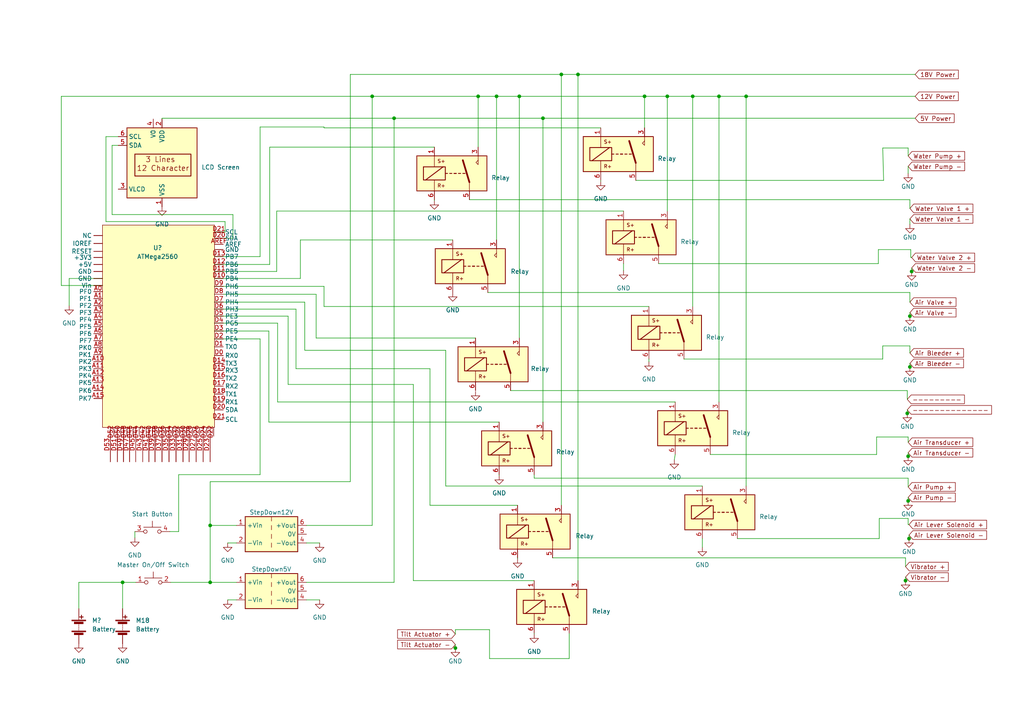
<source format=kicad_sch>
(kicad_sch (version 20211123) (generator eeschema)
  (paper "A4")
  (lib_symbols
    (symbol "Converter_DCDC:IH2409SH"
      (property "Reference" "PS" (at -7.62 6.35 0))
      (property "Value" "IH2409SH" (at 1.27 6.35 0))
      (symbol "IH2409SH_0_0"
        (pin power_in line (at -10.16 2.54 0) (length 2.54) (name "+Vin") (number "1"))
        (pin power_in line (at -10.16 -2.54 0) (length 2.54) (name "-Vin") (number "2"))
        (pin power_out line (at 10.16 -2.54 180) (length 2.54) (name "-Vout") (number "4"))
        (pin power_out line (at 10.16 0 180) (length 2.54) (name "0V") (number "5"))
        (pin power_out line (at 10.16 2.54 180) (length 2.54) (name "+Vout") (number "6"))
      )
      (symbol "IH2409SH_0_1"
        (rectangle (start -7.62 5.08) (end 7.62 -5.08) (stroke (width 0.254)) (fill (type background)))
        (polyline (pts (xy 0 -2.54) (xy 0 -3.81)))
        (polyline (pts (xy 0 0) (xy 0 -1.27)))
        (polyline (pts (xy 0 2.54) (xy 0 1.27)))
        (polyline (pts (xy 0 5.08) (xy 0 3.81)))
      )
    )
    (symbol "Device:Battery" (pin_numbers hide) (pin_names (offset 0) hide)
      (property "Reference" "BT" (at 2.54 2.54 0))
      (property "Value" "Battery" (at 2.54 0 0))
      (symbol "Battery_0_1"
        (rectangle (start -2.032 -1.397) (end 2.032 -1.651) (fill (type outline)))
        (rectangle (start -2.032 1.778) (end 2.032 1.524) (fill (type outline)))
        (rectangle (start -1.3208 -1.9812) (end 1.27 -2.4892) (fill (type outline)))
        (rectangle (start -1.3208 1.1938) (end 1.27 0.6858) (fill (type outline)))
        (polyline (pts (xy 0 -1.524) (xy 0 -1.27)))
        (polyline (pts (xy 0 -1.016) (xy 0 -0.762)))
        (polyline (pts (xy 0 -0.508) (xy 0 -0.254)))
        (polyline (pts (xy 0 0) (xy 0 0.254)))
        (polyline (pts (xy 0 0.508) (xy 0 0.762)))
        (polyline (pts (xy 0 1.778) (xy 0 2.54)))
        (polyline (pts (xy 0.254 2.667) (xy 1.27 2.667)) (stroke (width 0.254)))
        (polyline (pts (xy 0.762 3.175) (xy 0.762 2.159)) (stroke (width 0.254)))
      )
      (symbol "Battery_1_1"
        (pin passive line (at 0 5.08 270) (length 2.54) (name "+") (number "1"))
        (pin passive line (at 0 -5.08 90) (length 2.54) (name "-") (number "2"))
      )
    )
    (symbol "Display_Character:EA_T123X-I2C"
      (property "Reference" "U" (at -8.89 11.43 0))
      (property "Value" "EA_T123X-I2C" (at 3.556 11.684 0))
      (symbol "EA_T123X-I2C_0_0"
        (rectangle (start -7.874 2.54) (end 8.382 -3.81) (stroke (width 0.254)))
        (text "12 Character" (at -7.366 -1.524 0) (effects (font (size 1.524 1.524)) (justify left)))
        (text "3 Lines" (at -4.826 1.016 0) (effects (font (size 1.524 1.524)) (justify left)))
      )
      (symbol "EA_T123X-I2C_0_1"
        (rectangle (start -10.16 10.16) (end 10.16 -10.16) (stroke (width 0.254)) (fill (type background)))
      )
      (symbol "EA_T123X-I2C_1_1"
        (pin power_in line (at 0 -12.7 90) (length 2.54) (name "VSS") (number "1"))
        (pin power_in line (at 0 12.7 270) (length 2.54) (name "VDD") (number "2"))
        (pin input line (at -12.7 -7.62 0) (length 2.54) (name "VLCD") (number "3"))
        (pin power_in line (at -2.54 12.7 270) (length 2.54) (name "V0") (number "4"))
        (pin bidirectional line (at -12.7 5.08 0) (length 2.54) (name "SDA") (number "5"))
        (pin input line (at -12.7 7.62 0) (length 2.54) (name "SCL") (number "6"))
      )
    )
    (symbol "ECEN4024SAM:ATMega2560"
      (property "Reference" "U" (at 1.27 -26.67 0))
      (property "Value" "ATMega2560" (at -4.572 6.096 0))
      (symbol "ATMega2560_0_0"
        (text "" (at 9.652 -30.734 0) (effects (font (size 1.27 1.27))))
      )
      (symbol "ATMega2560_0_1"
        (rectangle (start -23.622 4.064) (end 8.89 -54.61) (fill (type background)))
      )
      (symbol "ATMega2560_1_1"
        (pin bidirectional line (at -23.622 -5.334 180) (length 2.54) (name "+3V3") (number ""))
        (pin bidirectional line (at -23.622 -7.366 180) (length 2.54) (name "+5V") (number ""))
        (pin bidirectional line (at -23.622 -11.43 180) (length 2.54) (name "GND") (number ""))
        (pin bidirectional line (at -23.622 -9.398 180) (length 2.54) (name "GND") (number ""))
        (pin bidirectional line (at 8.89 -3.048 0) (length 2.54) (name "GND") (number ""))
        (pin bidirectional line (at -23.622 -1.27 180) (length 2.54) (name "IOREF") (number ""))
        (pin bidirectional line (at -23.622 1.016 180) (length 2.54) (name "NC") (number ""))
        (pin bidirectional line (at -23.622 -3.556 180) (length 2.54) (name "RESET") (number ""))
        (pin bidirectional line (at -23.622 -13.462 180) (length 2.54) (name "Vin") (number ""))
        (pin bidirectional line (at -23.622 -15.24 180) (length 2.54) (name "PF0") (number "A0"))
        (pin bidirectional line (at -23.622 -17.272 180) (length 2.54) (name "PF1") (number "A1"))
        (pin bidirectional line (at -23.622 -35.56 180) (length 2.54) (name "PK2") (number "A10"))
        (pin bidirectional line (at -23.622 -37.592 180) (length 2.54) (name "PK3") (number "A11"))
        (pin bidirectional line (at -23.622 -39.624 180) (length 2.54) (name "PK4") (number "A12"))
        (pin bidirectional line (at -23.622 -41.656 180) (length 2.54) (name "PK5") (number "A13"))
        (pin bidirectional line (at -23.622 -43.942 180) (length 2.54) (name "PK6") (number "A14"))
        (pin bidirectional line (at -23.622 -46.228 180) (length 2.54) (name "PK7") (number "A15"))
        (pin bidirectional line (at -23.622 -19.304 180) (length 2.54) (name "PF2") (number "A2"))
        (pin bidirectional line (at -23.622 -21.336 180) (length 2.54) (name "PF3") (number "A3"))
        (pin bidirectional line (at -23.622 -23.368 180) (length 2.54) (name "PF4") (number "A4"))
        (pin bidirectional line (at -23.622 -25.4 180) (length 2.54) (name "PF5") (number "A5"))
        (pin bidirectional line (at -23.622 -27.432 180) (length 2.54) (name "PF6") (number "A6"))
        (pin bidirectional line (at -23.622 -29.464 180) (length 2.54) (name "PF7") (number "A7"))
        (pin bidirectional line (at -23.622 -31.496 180) (length 2.54) (name "PK0") (number "A8"))
        (pin bidirectional line (at -23.622 -33.528 180) (length 2.54) (name "PK1") (number "A9"))
        (pin bidirectional line (at 8.89 -1.524 0) (length 2.54) (name "AREF") (number "AREF"))
        (pin bidirectional line (at 8.89 -33.782 0) (length 2.54) (name "RX0") (number "D0"))
        (pin bidirectional line (at 8.89 -31.242 0) (length 2.54) (name "TX0") (number "D1"))
        (pin bidirectional line (at 8.89 -11.43 0) (length 2.54) (name "PB4") (number "D10"))
        (pin bidirectional line (at 8.89 -9.398 0) (length 2.54) (name "PB5") (number "D11"))
        (pin bidirectional line (at 8.89 -7.366 0) (length 2.54) (name "PB6") (number "D12"))
        (pin bidirectional line (at 8.89 -5.08 0) (length 2.54) (name "PB7") (number "D13"))
        (pin bidirectional line (at 8.89 -36.068 0) (length 2.54) (name "TX3") (number "D14"))
        (pin bidirectional line (at 8.89 -38.1 0) (length 2.54) (name "RX3") (number "D15"))
        (pin bidirectional line (at 8.89 -40.386 0) (length 2.54) (name "TX2") (number "D16"))
        (pin bidirectional line (at 8.89 -42.672 0) (length 2.54) (name "RX2") (number "D17"))
        (pin bidirectional line (at 8.89 -44.958 0) (length 2.54) (name "TX1") (number "D18"))
        (pin bidirectional line (at 8.89 -47.244 0) (length 2.54) (name "RX1") (number "D19"))
        (pin bidirectional line (at 8.89 -28.956 0) (length 2.54) (name "PE4") (number "D2"))
        (pin bidirectional line (at 8.89 -49.53 0) (length 2.54) (name "SDA") (number "D20"))
        (pin bidirectional line (at 8.89 0.254 0) (length 2.54) (name "SDA") (number "D20"))
        (pin bidirectional line (at 8.89 -52.324 0) (length 2.54) (name "SCL") (number "D21"))
        (pin bidirectional line (at 8.89 2.032 0) (length 2.54) (name "SCL") (number "D21"))
        (pin bidirectional line (at 8.636 -54.61 270) (length 2.54) (name "") (number "D22"))
        (pin bidirectional line (at 7.62 -54.61 270) (length 10) (name "") (number "D23"))
        (pin bidirectional line (at 6.604 -54.61 270) (length 2.54) (name "") (number "D24"))
        (pin bidirectional line (at 5.588 -54.61 270) (length 10) (name "") (number "D25"))
        (pin bidirectional line (at 4.572 -54.61 270) (length 2.54) (name "") (number "D26"))
        (pin bidirectional line (at 3.556 -54.61 270) (length 10) (name "") (number "D27"))
        (pin bidirectional line (at 2.54 -54.61 270) (length 2.54) (name "") (number "D28"))
        (pin bidirectional line (at 1.524 -54.61 270) (length 10) (name "") (number "D29"))
        (pin bidirectional line (at 8.89 -26.67 0) (length 2.54) (name "PE5") (number "D3"))
        (pin bidirectional line (at 0.762 -54.61 270) (length 2.54) (name "") (number "D30"))
        (pin bidirectional line (at -0.254 -54.61 270) (length 10) (name "") (number "D31"))
        (pin bidirectional line (at -1.27 -54.61 270) (length 2.54) (name "") (number "D32"))
        (pin bidirectional line (at -2.286 -54.61 270) (length 10) (name "") (number "D33"))
        (pin bidirectional line (at -3.302 -54.61 270) (length 2.54) (name "") (number "D34"))
        (pin bidirectional line (at -4.318 -54.61 270) (length 10) (name "") (number "D35"))
        (pin bidirectional line (at -5.334 -54.61 270) (length 2.54) (name "") (number "D36"))
        (pin bidirectional line (at -6.35 -54.61 270) (length 10) (name "") (number "D37"))
        (pin bidirectional line (at -7.366 -54.61 270) (length 2.54) (name "") (number "D38"))
        (pin bidirectional line (at -8.382 -54.61 270) (length 10) (name "") (number "D39"))
        (pin bidirectional line (at 8.89 -24.384 0) (length 2.54) (name "PG5") (number "D4"))
        (pin bidirectional line (at -9.144 -54.61 270) (length 2.54) (name "") (number "D40"))
        (pin bidirectional line (at -10.16 -54.61 270) (length 10) (name "") (number "D41"))
        (pin bidirectional line (at -10.922 -54.61 270) (length 2.54) (name "") (number "D42"))
        (pin bidirectional line (at -11.938 -54.61 270) (length 10) (name "") (number "D43"))
        (pin bidirectional line (at -12.954 -54.61 270) (length 2.54) (name "") (number "D44"))
        (pin bidirectional line (at -13.97 -54.61 270) (length 10) (name "") (number "D45"))
        (pin bidirectional line (at -14.732 -54.61 270) (length 2.54) (name "") (number "D46"))
        (pin bidirectional line (at -15.748 -54.61 270) (length 10) (name "") (number "D47"))
        (pin bidirectional line (at -16.51 -54.61 270) (length 2.54) (name "") (number "D48"))
        (pin bidirectional line (at -17.526 -54.61 270) (length 10) (name "") (number "D49"))
        (pin bidirectional line (at 8.89 -22.352 0) (length 2.54) (name "PE3") (number "D5"))
        (pin bidirectional line (at -18.288 -54.61 270) (length 2.54) (name "") (number "D50"))
        (pin bidirectional line (at -19.304 -54.61 270) (length 10) (name "") (number "D51"))
        (pin bidirectional line (at -20.32 -54.61 270) (length 2.54) (name "") (number "D52"))
        (pin bidirectional line (at -21.336 -54.61 270) (length 10) (name "") (number "D53"))
        (pin bidirectional line (at 8.89 -20.32 0) (length 2.54) (name "PH3") (number "D6"))
        (pin bidirectional line (at 8.89 -18.288 0) (length 2.54) (name "PH4") (number "D7"))
        (pin bidirectional line (at 8.89 -16.002 0) (length 2.54) (name "PH5") (number "D8"))
        (pin bidirectional line (at 8.89 -13.716 0) (length 2.54) (name "PH6") (number "D9"))
      )
    )
    (symbol "Relay:ADW11"
      (property "Reference" "K" (at 11.43 3.81 0))
      (property "Value" "ADW11" (at 13.97 1.27 0))
      (symbol "ADW11_1_1"
        (rectangle (start -10.16 5.08) (end 10.16 -5.08) (stroke (width 0.254)) (fill (type background)))
        (rectangle (start -8.255 1.905) (end -1.905 -1.905) (stroke (width 0.254)))
        (polyline (pts (xy -7.62 -1.905) (xy -2.54 1.905)) (stroke (width 0.254)))
        (polyline (pts (xy -5.08 -5.08) (xy -5.08 -1.905)))
        (polyline (pts (xy -5.08 5.08) (xy -5.08 1.905)))
        (polyline (pts (xy -1.905 0) (xy -1.27 0)) (stroke (width 0.254)))
        (polyline (pts (xy -0.635 0) (xy 0 0)) (stroke (width 0.254)))
        (polyline (pts (xy 0.635 0) (xy 1.27 0)) (stroke (width 0.254)))
        (polyline (pts (xy 0.635 0) (xy 1.27 0)) (stroke (width 0.254)))
        (polyline (pts (xy 1.905 0) (xy 2.54 0)) (stroke (width 0.254)))
        (polyline (pts (xy 3.175 0) (xy 3.81 0)) (stroke (width 0.254)))
        (polyline (pts (xy 5.08 -2.54) (xy 3.175 3.81)) (stroke (width 0.508)))
        (polyline (pts (xy 5.08 -2.54) (xy 5.08 -5.08)))
        (polyline (pts (xy 7.62 3.81) (xy 7.62 5.08)))
        (polyline (pts (xy 7.62 3.81) (xy 7.62 2.54) (xy 6.985 3.175) (xy 7.62 3.81)))
        (text "R+" (at -3.048 -3.556 0) (effects (font (size 1.016 1.016))))
        (text "S+" (at -3.048 3.556 0) (effects (font (size 1.016 1.016))))
        (pin passive line (at -5.08 7.62 270) (length 2.54) (name "~") (number "1"))
        (pin passive line (at 7.62 7.62 270) (length 2.54) (name "~") (number "3"))
        (pin passive line (at 5.08 -7.62 90) (length 2.54) (name "~") (number "5"))
        (pin passive line (at -5.08 -7.62 90) (length 2.54) (name "~") (number "6"))
      )
    )
    (symbol "Switch:SW_Push_Dual_x2" (pin_names (offset 1.016) hide)
      (property "Reference" "SW" (at 1.27 2.54 0))
      (property "Value" "SW_Push_Dual_x2" (at 0 -1.524 0))
      (symbol "SW_Push_Dual_x2_0_1"
        (circle (center -2.032 0) (radius 0.508))
        (polyline (pts (xy 0 1.27) (xy 0 3.048)))
        (polyline (pts (xy 2.54 1.27) (xy -2.54 1.27)))
        (circle (center 2.032 0) (radius 0.508))
      )
      (symbol "SW_Push_Dual_x2_1_1"
        (pin passive line (at -5.08 0 0) (length 2.54) (name "C") (number "1"))
        (pin passive line (at 5.08 0 180) (length 2.54) (name "D") (number "2"))
      )
      (symbol "SW_Push_Dual_x2_2_1"
        (pin passive line (at -5.08 0 0) (length 2.54) (name "C") (number "3"))
        (pin passive line (at 5.08 0 180) (length 2.54) (name "D") (number "4"))
      )
    )
    (symbol "power:GND" (power) (pin_names (offset 0))
      (property "Value" "GND" (at 0 -3.81 0))
      (symbol "GND_0_1"
        (polyline (pts (xy 0 0) (xy 0 -1.27) (xy 1.27 -1.27) (xy 0 -2.54) (xy -1.27 -1.27) (xy 0 -1.27)))
      )
      (symbol "GND_1_1"
        (pin power_in line (at 0 0 270) (length 0) hide (name "GND") (number "1"))
      )
    )
  )
  (junction (at 114.3 34.29))
  (junction (at 107.95 27.94))
  (junction (at 208.534 27.94))
  (junction (at 60.96 168.91))
  (junction (at 150.622 27.94))
  (junction (at 262.636 168.402))
  (junction (at 193.548 27.94))
  (junction (at 35.56 168.91))
  (junction (at 186.944 27.94))
  (junction (at 216.408 27.94))
  (junction (at 200.914 27.94))
  (junction (at 263.906 106.426))
  (junction (at 263.906 91.694))
  (junction (at 263.652 156.21))
  (junction (at 264.414 78.74))
  (junction (at 167.64 21.59))
  (junction (at 60.96 152.4))
  (junction (at 263.144 119.888))
  (junction (at 138.684 27.94))
  (junction (at 162.814 21.59))
  (junction (at 132.08 187.96))
  (junction (at 263.398 145.288))
  (junction (at 157.48 34.29))
  (junction (at 263.398 132.334))
  (junction (at 144.018 27.94))
  (wire (pts (xy 34.29 39.624) (xy 30.734 39.624)))
  (wire (pts (xy 77.978 96.012) (xy 62.23 96.012)))
  (wire (pts (xy 200.914 27.94) (xy 208.534 27.94)))
  (wire (pts (xy 107.95 27.94) (xy 138.684 27.94)))
  (wire (pts (xy 88.392 87.63) (xy 62.23 87.63)))
  (wire (pts (xy 263.398 152.146) (xy 263.652 152.146)))
  (wire (pts (xy 78.232 42.672) (xy 78.232 76.708)))
  (wire (pts (xy 256.032 42.926) (xy 263.398 42.926)))
  (wire (pts (xy 60.96 152.4) (xy 60.96 168.91)))
  (wire (pts (xy 144.018 27.94) (xy 150.622 27.94)))
  (wire (pts (xy 144.018 27.94) (xy 144.018 69.596)))
  (wire (pts (xy 263.398 138.684) (xy 263.398 141.224)))
  (wire (pts (xy 160.274 161.798) (xy 262.636 161.798)))
  (wire (pts (xy 91.694 85.344) (xy 62.23 85.344)))
  (wire (pts (xy 51.816 154.178) (xy 49.276 154.178)))
  (wire (pts (xy 254.254 126.746) (xy 263.398 126.746)))
  (wire (pts (xy 188.214 104.14) (xy 188.214 104.902)))
  (wire (pts (xy 93.98 36.83) (xy 93.98 37.084)))
  (wire (pts (xy 262.636 161.798) (xy 262.636 164.338)))
  (wire (pts (xy 67.564 62.23) (xy 32.512 62.23)))
  (wire (pts (xy 256.286 52.324) (xy 256.032 42.926)))
  (wire (pts (xy 263.906 106.426) (xy 263.906 106.68)))
  (wire (pts (xy 101.6 139.7) (xy 101.6 21.59)))
  (wire (pts (xy 62.23 89.662) (xy 85.852 89.662)))
  (wire (pts (xy 35.56 168.91) (xy 39.37 168.91)))
  (wire (pts (xy 157.48 34.29) (xy 157.48 122.428)))
  (wire (pts (xy 154.94 138.684) (xy 263.398 138.684)))
  (wire (pts (xy 132.08 182.626) (xy 132.08 183.896)))
  (wire (pts (xy 83.566 111.506) (xy 83.566 91.694)))
  (wire (pts (xy 188.214 88.9) (xy 93.98 88.9)))
  (wire (pts (xy 78.232 42.672) (xy 125.984 42.672)))
  (wire (pts (xy 17.78 27.94) (xy 17.78 82.804)))
  (wire (pts (xy 256.032 104.14) (xy 256.032 100.33)))
  (wire (pts (xy 150.622 27.94) (xy 186.944 27.94)))
  (wire (pts (xy 136.144 57.912) (xy 263.906 57.912)))
  (wire (pts (xy 30.734 39.624) (xy 30.734 64.262)))
  (wire (pts (xy 198.374 104.14) (xy 256.032 104.14)))
  (wire (pts (xy 62.23 93.726) (xy 80.518 93.726)))
  (wire (pts (xy 114.3 34.29) (xy 157.48 34.29)))
  (wire (pts (xy 254.762 76.454) (xy 254.762 72.39)))
  (wire (pts (xy 174.244 37.084) (xy 93.98 37.084)))
  (wire (pts (xy 150.622 98.044) (xy 150.622 27.94)))
  (wire (pts (xy 263.906 90.678) (xy 263.906 91.694)))
  (wire (pts (xy 263.398 48.26) (xy 263.398 50.292)))
  (wire (pts (xy 29.718 82.804) (xy 17.78 82.804)))
  (wire (pts (xy 75.438 36.83) (xy 93.98 36.83)))
  (wire (pts (xy 154.94 138.684) (xy 154.94 137.668)))
  (wire (pts (xy 263.398 42.926) (xy 263.398 45.212)))
  (wire (pts (xy 165.1 191.008) (xy 141.986 191.008)))
  (wire (pts (xy 88.9 173.99) (xy 92.71 173.99)))
  (wire (pts (xy 213.868 156.21) (xy 255.016 156.21)))
  (wire (pts (xy 138.684 27.94) (xy 144.018 27.94)))
  (wire (pts (xy 165.1 183.642) (xy 165.1 191.008)))
  (wire (pts (xy 119.888 168.402) (xy 119.888 111.506)))
  (wire (pts (xy 78.232 76.708) (xy 62.23 76.708)))
  (wire (pts (xy 83.566 91.694) (xy 62.23 91.694)))
  (wire (pts (xy 263.906 100.33) (xy 263.906 102.362)))
  (wire (pts (xy 132.08 186.944) (xy 132.08 187.96)))
  (wire (pts (xy 132.08 187.96) (xy 132.08 188.214)))
  (wire (pts (xy 22.86 168.91) (xy 35.56 168.91)))
  (wire (pts (xy 138.684 27.94) (xy 138.684 42.672)))
  (wire (pts (xy 263.144 113.284) (xy 263.144 115.824)))
  (wire (pts (xy 205.994 131.826) (xy 254.254 131.826)))
  (wire (pts (xy 66.04 173.99) (xy 68.58 173.99)))
  (wire (pts (xy 154.94 183.642) (xy 154.94 183.896)))
  (wire (pts (xy 180.848 76.454) (xy 180.848 78.486)))
  (wire (pts (xy 263.906 63.5) (xy 263.906 65.024)))
  (wire (pts (xy 263.398 145.288) (xy 263.398 145.542)))
  (wire (pts (xy 62.23 83.058) (xy 93.98 83.058)))
  (wire (pts (xy 263.398 131.318) (xy 263.398 132.334)))
  (wire (pts (xy 193.548 27.94) (xy 193.548 61.214)))
  (wire (pts (xy 154.94 168.402) (xy 119.888 168.402)))
  (wire (pts (xy 186.944 27.94) (xy 186.944 37.084)))
  (wire (pts (xy 255.016 150.368) (xy 263.398 150.368)))
  (wire (pts (xy 255.016 156.21) (xy 255.016 150.368)))
  (wire (pts (xy 80.518 93.726) (xy 80.518 116.586)))
  (wire (pts (xy 254.254 131.826) (xy 254.254 126.746)))
  (wire (pts (xy 263.398 126.746) (xy 263.398 128.27)))
  (wire (pts (xy 141.986 182.626) (xy 132.08 182.626)))
  (wire (pts (xy 254.762 72.39) (xy 264.16 72.39)))
  (wire (pts (xy 125.984 57.912) (xy 125.984 58.166)))
  (wire (pts (xy 216.408 27.94) (xy 265.43 27.94)))
  (wire (pts (xy 87.122 80.772) (xy 87.122 69.596)))
  (wire (pts (xy 150.114 161.798) (xy 150.114 162.052)))
  (wire (pts (xy 184.404 52.324) (xy 256.286 52.324)))
  (wire (pts (xy 88.9 168.91) (xy 114.3 168.91)))
  (wire (pts (xy 101.6 21.59) (xy 162.814 21.59)))
  (wire (pts (xy 256.032 100.33) (xy 263.906 100.33)))
  (wire (pts (xy 87.122 69.596) (xy 131.318 69.596)))
  (wire (pts (xy 263.652 155.194) (xy 263.652 156.21)))
  (wire (pts (xy 88.9 157.48) (xy 92.71 157.48)))
  (wire (pts (xy 264.414 78.74) (xy 264.414 78.994)))
  (wire (pts (xy 62.23 80.772) (xy 87.122 80.772)))
  (wire (pts (xy 114.3 34.29) (xy 46.99 34.29)))
  (wire (pts (xy 91.694 98.044) (xy 91.694 85.344)))
  (wire (pts (xy 167.64 21.59) (xy 167.64 168.402)))
  (wire (pts (xy 62.23 67.31) (xy 65.278 67.31)))
  (wire (pts (xy 62.23 98.298) (xy 75.438 98.298)))
  (wire (pts (xy 263.906 91.694) (xy 263.906 91.948)))
  (wire (pts (xy 129.286 140.97) (xy 129.286 101.6)))
  (wire (pts (xy 68.58 152.4) (xy 60.96 152.4)))
  (wire (pts (xy 39.116 154.178) (xy 39.116 155.956)))
  (wire (pts (xy 107.95 27.94) (xy 17.78 27.94)))
  (wire (pts (xy 83.566 111.506) (xy 119.888 111.506)))
  (wire (pts (xy 60.96 139.7) (xy 101.6 139.7)))
  (wire (pts (xy 191.008 76.454) (xy 254.762 76.454)))
  (wire (pts (xy 193.548 27.94) (xy 200.914 27.94)))
  (wire (pts (xy 77.978 122.428) (xy 144.78 122.428)))
  (wire (pts (xy 77.978 122.428) (xy 77.978 96.012)))
  (wire (pts (xy 208.534 27.94) (xy 208.534 116.586)))
  (wire (pts (xy 85.852 106.934) (xy 124.714 106.934)))
  (wire (pts (xy 80.264 61.214) (xy 180.848 61.214)))
  (wire (pts (xy 32.512 62.23) (xy 32.512 42.164)))
  (wire (pts (xy 200.914 88.9) (xy 200.914 27.94)))
  (wire (pts (xy 62.23 69.088) (xy 67.564 69.088)))
  (wire (pts (xy 91.694 98.044) (xy 137.922 98.044)))
  (wire (pts (xy 263.906 105.41) (xy 263.906 106.426)))
  (wire (pts (xy 263.906 57.912) (xy 263.906 60.452)))
  (wire (pts (xy 51.816 137.668) (xy 51.816 154.178)))
  (wire (pts (xy 264.16 72.39) (xy 264.16 74.676)))
  (wire (pts (xy 208.534 27.94) (xy 216.408 27.94)))
  (wire (pts (xy 186.944 27.94) (xy 193.548 27.94)))
  (wire (pts (xy 141.478 84.836) (xy 263.906 84.836)))
  (wire (pts (xy 35.56 176.53) (xy 35.56 168.91)))
  (wire (pts (xy 262.636 168.402) (xy 262.636 168.656)))
  (wire (pts (xy 203.708 156.21) (xy 203.708 158.75)))
  (wire (pts (xy 263.398 144.272) (xy 263.398 145.288)))
  (wire (pts (xy 22.86 176.53) (xy 22.86 168.91)))
  (wire (pts (xy 46.99 34.29) (xy 46.99 34.544)))
  (wire (pts (xy 162.814 21.59) (xy 162.814 146.558)))
  (wire (pts (xy 263.652 156.21) (xy 263.652 156.464)))
  (wire (pts (xy 88.9 152.4) (xy 107.95 152.4)))
  (wire (pts (xy 174.244 52.324) (xy 174.244 52.578)))
  (wire (pts (xy 32.512 42.164) (xy 34.29 42.164)))
  (wire (pts (xy 162.814 21.59) (xy 167.64 21.59)))
  (wire (pts (xy 75.438 74.422) (xy 75.438 36.83)))
  (wire (pts (xy 68.58 157.48) (xy 66.04 157.48)))
  (wire (pts (xy 148.082 113.284) (xy 263.144 113.284)))
  (wire (pts (xy 75.438 98.298) (xy 75.438 137.668)))
  (wire (pts (xy 141.986 191.008) (xy 141.986 182.626)))
  (wire (pts (xy 216.408 27.94) (xy 216.408 140.97)))
  (wire (pts (xy 20.066 80.772) (xy 20.066 88.646)))
  (wire (pts (xy 29.718 80.772) (xy 20.066 80.772)))
  (wire (pts (xy 262.636 167.386) (xy 262.636 168.402)))
  (wire (pts (xy 49.53 168.91) (xy 60.96 168.91)))
  (wire (pts (xy 65.278 64.262) (xy 65.278 67.31)))
  (wire (pts (xy 62.23 78.74) (xy 80.264 78.74)))
  (wire (pts (xy 75.438 137.668) (xy 51.816 137.668)))
  (wire (pts (xy 60.96 152.4) (xy 60.96 139.7)))
  (wire (pts (xy 263.398 132.334) (xy 263.398 132.588)))
  (wire (pts (xy 62.23 74.422) (xy 75.438 74.422)))
  (wire (pts (xy 114.3 168.91) (xy 114.3 34.29)))
  (wire (pts (xy 107.95 152.4) (xy 107.95 27.94)))
  (wire (pts (xy 263.144 119.888) (xy 263.144 120.142)))
  (wire (pts (xy 263.144 118.872) (xy 263.144 119.888)))
  (wire (pts (xy 263.398 150.368) (xy 263.398 152.146)))
  (wire (pts (xy 30.734 64.262) (xy 65.278 64.262)))
  (wire (pts (xy 67.564 69.088) (xy 67.564 62.23)))
  (wire (pts (xy 124.714 146.558) (xy 124.714 106.934)))
  (wire (pts (xy 195.834 131.826) (xy 195.58 133.35)))
  (wire (pts (xy 60.96 168.91) (xy 68.58 168.91)))
  (wire (pts (xy 144.78 137.668) (xy 144.78 137.922)))
  (wire (pts (xy 263.906 84.836) (xy 263.906 87.63)))
  (wire (pts (xy 88.392 101.6) (xy 88.392 87.63)))
  (wire (pts (xy 203.708 140.97) (xy 129.286 140.97)))
  (wire (pts (xy 88.392 101.6) (xy 129.286 101.6)))
  (wire (pts (xy 150.114 146.558) (xy 124.714 146.558)))
  (wire (pts (xy 157.48 34.29) (xy 265.43 34.29)))
  (wire (pts (xy 80.518 116.586) (xy 195.834 116.586)))
  (wire (pts (xy 93.98 83.058) (xy 93.98 88.9)))
  (wire (pts (xy 85.852 106.934) (xy 85.852 89.662)))
  (wire (pts (xy 80.264 78.74) (xy 80.264 61.214)))
  (wire (pts (xy 264.414 77.724) (xy 264.414 78.74)))
  (wire (pts (xy 264.16 74.676) (xy 264.414 74.676)))
  (wire (pts (xy 167.64 21.59) (xy 265.43 21.59)))
  (global_label "Vibrator -" (shape input) (at 262.636 167.386 0) (property "Intersheet References" "${INTERSHEET_REFS}" (effects hide)))
  (global_label "Water Valve 2 -" (shape input) (at 264.414 77.724 0) (property "Intersheet References" "${INTERSHEET_REFS}" (effects hide)))
  (global_label "Water Pump +" (shape input) (at 263.398 45.212 0) (property "Intersheet References" "${INTERSHEET_REFS}" (effects hide)))
  (global_label "Tilt Actuator -" (shape input) (at 132.08 186.944 180) (property "Intersheet References" "${INTERSHEET_REFS}" (effects hide)))
  (global_label "5V Power" (shape input) (at 265.43 34.29 0) (property "Intersheet References" "${INTERSHEET_REFS}" (effects hide)))
  (global_label "Air Bleeder +" (shape input) (at 263.906 102.362 0) (property "Intersheet References" "${INTERSHEET_REFS}" (effects hide)))
  (global_label "---------" (shape input) (at 263.144 115.824 0) (property "Intersheet References" "${INTERSHEET_REFS}" (effects hide)))
  (global_label "Water Valve 1 -" (shape input) (at 263.906 63.5 0) (property "Intersheet References" "${INTERSHEET_REFS}" (effects hide)))
  (global_label "--------------" (shape input) (at 263.144 118.872 0) (property "Intersheet References" "${INTERSHEET_REFS}" (effects hide)))
  (global_label "Tilt Actuator +" (shape input) (at 132.08 183.896 180) (property "Intersheet References" "${INTERSHEET_REFS}" (effects hide)))
  (global_label "Water Pump -" (shape input) (at 263.398 48.26 0) (property "Intersheet References" "${INTERSHEET_REFS}" (effects hide)))
  (global_label "Air Valve +" (shape input) (at 263.906 87.63 0) (property "Intersheet References" "${INTERSHEET_REFS}" (effects hide)))
  (global_label "Air Transducer +" (shape input) (at 263.398 128.27 0) (property "Intersheet References" "${INTERSHEET_REFS}" (effects hide)))
  (global_label "Air Lever Solenoid +" (shape input) (at 263.652 152.146 0) (property "Intersheet References" "${INTERSHEET_REFS}" (effects hide)))
  (global_label "Air Bleeder -" (shape input) (at 263.906 105.41 0) (property "Intersheet References" "${INTERSHEET_REFS}" (effects hide)))
  (global_label "Water Valve 1 +" (shape input) (at 263.906 60.452 0) (property "Intersheet References" "${INTERSHEET_REFS}" (effects hide)))
  (global_label "12V Power" (shape input) (at 265.43 27.94 0) (property "Intersheet References" "${INTERSHEET_REFS}" (effects hide)))
  (global_label "Air Pump -" (shape input) (at 263.398 144.272 0) (property "Intersheet References" "${INTERSHEET_REFS}" (effects hide)))
  (global_label "Water Valve 2 +" (shape input) (at 264.414 74.676 0) (property "Intersheet References" "${INTERSHEET_REFS}" (effects hide)))
  (global_label "Air Pump +" (shape input) (at 263.398 141.224 0) (property "Intersheet References" "${INTERSHEET_REFS}" (effects hide)))
  (global_label "Air Transducer -" (shape input) (at 263.398 131.318 0) (property "Intersheet References" "${INTERSHEET_REFS}" (effects hide)))
  (global_label "Vibrator +" (shape input) (at 262.636 164.338 0) (property "Intersheet References" "${INTERSHEET_REFS}" (effects hide)))
  (global_label "Air Lever Solenoid -" (shape input) (at 263.652 155.194 0) (property "Intersheet References" "${INTERSHEET_REFS}" (effects hide)))
  (global_label "Air Valve -" (shape input) (at 263.906 90.678 0) (property "Intersheet References" "${INTERSHEET_REFS}" (effects hide)))
  (global_label "18V Power" (shape input) (at 265.43 21.59 0) (property "Intersheet References" "${INTERSHEET_REFS}" (effects hide)))
  (symbol (lib_id "Device:Battery") (at 22.86 181.61 0) (unit 1)
    (property "Reference" "M?" (at 26.67 179.9589 0) (effects (justify left)))
    (property "Value" "Battery" (at 26.67 182.4989 0) (effects (justify left)))
  )
  (symbol (lib_id "power:GND") (at 263.398 50.292 0) (unit 1)
    (property "Reference" "#PWR?" (effects hide))
    (property "Value" "GND" (at 263.398 54.102 0))
  )
  (symbol (lib_id "Device:Battery") (at 35.56 181.61 0) (unit 1)
    (property "Reference" "M18" (at 39.37 179.9589 0) (effects (justify left)))
    (property "Value" "Battery" (at 39.37 182.4989 0) (effects (justify left)))
  )
  (symbol (lib_id "power:GND") (at 137.922 113.538 0) (unit 1)
    (property "Reference" "#PWR?" (effects hide))
    (property "Value" "GND" (at 137.922 118.618 0))
  )
  (symbol (lib_id "power:GND") (at 264.414 78.74 0) (unit 1)
    (property "Reference" "#PWR?" (effects hide))
    (property "Value" "GND" (at 264.414 82.55 0))
  )
  (symbol (lib_id "Display_Character:EA_T123X-I2C") (at 46.99 47.244 0) (unit 1)
    (property "Reference" "U?" (effects hide))
    (property "Value" "LCD Screen" (at 58.42 48.5139 0) (effects (justify left)))
    (property "Footprint" "Display:EA_T123X-I2C" (effects hide))
    (property "Datasheet" "http://www.lcd-module.de/pdf/doma/t123-i2c.pdf" (effects hide))
  )
  (symbol (lib_id "Relay:ADW11") (at 179.324 44.704 0) (unit 1)
    (property "Reference" "K?" (effects hide))
    (property "Value" "Relay" (at 190.754 45.9739 0) (effects (justify left)))
    (property "Footprint" "Relay_THT:Relay_1P1T_NO_10x24x18.8mm_Panasonic_ADW11xxxxW_THT" (effects hide))
    (property "Datasheet" "https://www.panasonic-electric-works.com/pew/es/downloads/ds_dw_hl_en.pdf" (effects hide))
  )
  (symbol (lib_id "power:GND") (at 263.652 156.21 0) (unit 1)
    (property "Reference" "#PWR?" (effects hide))
    (property "Value" "GND" (at 263.652 160.02 0))
  )
  (symbol (lib_id "Relay:ADW11") (at 149.86 130.048 0) (unit 1)
    (property "Reference" "K?" (effects hide))
    (property "Value" "Relay" (at 161.29 131.064 0) (effects (justify left)))
    (property "Footprint" "Relay_THT:Relay_1P1T_NO_10x24x18.8mm_Panasonic_ADW11xxxxW_THT" (effects hide))
    (property "Datasheet" "https://www.panasonic-electric-works.com/pew/es/downloads/ds_dw_hl_en.pdf" (effects hide))
  )
  (symbol (lib_id "Relay:ADW11") (at 155.194 154.178 0) (unit 1)
    (property "Reference" "K?" (effects hide))
    (property "Value" "Relay" (at 166.878 155.448 0) (effects (justify left)))
    (property "Footprint" "Relay_THT:Relay_1P1T_NO_10x24x18.8mm_Panasonic_ADW11xxxxW_THT" (effects hide))
    (property "Datasheet" "https://www.panasonic-electric-works.com/pew/es/downloads/ds_dw_hl_en.pdf" (effects hide))
  )
  (symbol (lib_id "Relay:ADW11") (at 200.914 124.206 0) (unit 1)
    (property "Reference" "K?" (effects hide))
    (property "Value" "Relay" (at 212.344 125.4759 0) (effects (justify left)))
    (property "Footprint" "Relay_THT:Relay_1P1T_NO_10x24x18.8mm_Panasonic_ADW11xxxxW_THT" (effects hide))
    (property "Datasheet" "https://www.panasonic-electric-works.com/pew/es/downloads/ds_dw_hl_en.pdf" (effects hide))
  )
  (symbol (lib_id "power:GND") (at 144.78 137.922 0) (unit 1)
    (property "Reference" "#PWR?" (effects hide))
    (property "Value" "GND" (at 144.78 143.002 0))
  )
  (symbol (lib_id "Relay:ADW11") (at 131.064 50.292 0) (unit 1)
    (property "Reference" "K?" (effects hide))
    (property "Value" "Relay" (at 142.494 51.5619 0) (effects (justify left)))
    (property "Footprint" "Relay_THT:Relay_1P1T_NO_10x24x18.8mm_Panasonic_ADW11xxxxW_THT" (effects hide))
    (property "Datasheet" "https://www.panasonic-electric-works.com/pew/es/downloads/ds_dw_hl_en.pdf" (effects hide))
  )
  (symbol (lib_id "power:GND") (at 132.08 187.96 0) (mirror y) (unit 1)
    (property "Reference" "#PWR?" (effects hide))
    (property "Value" "GND" (at 132.08 191.77 0))
  )
  (symbol (lib_id "power:GND") (at 263.398 145.288 0) (unit 1)
    (property "Reference" "#PWR?" (effects hide))
    (property "Value" "GND" (at 263.398 149.098 0))
  )
  (symbol (lib_id "Switch:SW_Push_Dual_x2") (at 44.45 168.91 0) (unit 1)
    (property "Reference" "SW?" (effects hide))
    (property "Value" "Master On/Off Switch" (at 44.45 163.83 0))
  )
  (symbol (lib_id "power:GND") (at 188.214 104.902 0) (unit 1)
    (property "Reference" "#PWR?" (effects hide))
    (property "Value" "GND" (at 188.214 109.982 0))
  )
  (symbol (lib_id "power:GND") (at 92.71 173.99 0) (unit 1)
    (property "Reference" "#PWR?" (effects hide))
    (property "Value" "GND" (at 92.71 179.07 0))
  )
  (symbol (lib_id "Relay:ADW11") (at 185.928 68.834 0) (unit 1)
    (property "Reference" "K?" (effects hide))
    (property "Value" "Relay" (at 197.358 70.1039 0) (effects (justify left)))
    (property "Footprint" "Relay_THT:Relay_1P1T_NO_10x24x18.8mm_Panasonic_ADW11xxxxW_THT" (effects hide))
    (property "Datasheet" "https://www.panasonic-electric-works.com/pew/es/downloads/ds_dw_hl_en.pdf" (effects hide))
  )
  (symbol (lib_id "power:GND") (at 20.066 88.646 0) (unit 1)
    (property "Reference" "#PWR?" (effects hide))
    (property "Value" "GND" (at 20.066 93.726 0))
  )
  (symbol (lib_id "Relay:ADW11") (at 160.02 176.022 0) (unit 1)
    (property "Reference" "K?" (effects hide))
    (property "Value" "Relay" (at 171.704 177.292 0) (effects (justify left)))
    (property "Footprint" "Relay_THT:Relay_1P1T_NO_10x24x18.8mm_Panasonic_ADW11xxxxW_THT" (effects hide))
    (property "Datasheet" "https://www.panasonic-electric-works.com/pew/es/downloads/ds_dw_hl_en.pdf" (effects hide))
  )
  (symbol (lib_id "power:GND") (at 180.848 78.486 0) (unit 1)
    (property "Reference" "#PWR?" (effects hide))
    (property "Value" "GND" (at 180.848 83.566 0))
  )
  (symbol (lib_id "power:GND") (at 92.71 157.48 0) (unit 1)
    (property "Reference" "#PWR?" (effects hide))
    (property "Value" "GND" (at 92.71 162.56 0))
  )
  (symbol (lib_id "power:GND") (at 22.86 186.69 0) (unit 1)
    (property "Reference" "#PWR?" (effects hide))
    (property "Value" "GND" (at 22.86 191.77 0))
  )
  (symbol (lib_id "Converter_DCDC:IH2409SH") (at 78.74 171.45 0) (unit 1)
    (property "Reference" "Ps?" (effects hide))
    (property "Value" "StepDown5V" (at 78.74 165.1 0))
    (property "Footprint" "Converter_DCDC:Converter_DCDC_XP_POWER-IHxxxxSH_THT" (effects hide))
    (property "Datasheet" "https://www.xppower.com/pdfs/SF_IH.pdf" (effects hide))
  )
  (symbol (lib_id "Relay:ADW11") (at 208.788 148.59 0) (unit 1)
    (property "Reference" "K?" (effects hide))
    (property "Value" "Relay" (at 220.218 149.8599 0) (effects (justify left)))
    (property "Footprint" "Relay_THT:Relay_1P1T_NO_10x24x18.8mm_Panasonic_ADW11xxxxW_THT" (effects hide))
    (property "Datasheet" "https://www.panasonic-electric-works.com/pew/es/downloads/ds_dw_hl_en.pdf" (effects hide))
  )
  (symbol (lib_id "power:GND") (at 39.116 155.956 0) (unit 1)
    (property "Reference" "#PWR?" (effects hide))
    (property "Value" "GND" (at 39.116 161.036 0))
  )
  (symbol (lib_id "Converter_DCDC:IH2409SH") (at 78.74 154.94 0) (unit 1)
    (property "Reference" "PS?" (effects hide))
    (property "Value" "StepDown12V" (at 78.74 148.59 0))
    (property "Footprint" "Converter_DCDC:Converter_DCDC_XP_POWER-IHxxxxSH_THT" (effects hide))
    (property "Datasheet" "https://www.xppower.com/pdfs/SF_IH.pdf" (effects hide))
  )
  (symbol (lib_id "power:GND") (at 263.906 65.024 0) (unit 1)
    (property "Reference" "#PWR?" (effects hide))
    (property "Value" "GND" (at 263.906 68.834 0))
  )
  (symbol (lib_id "power:GND") (at 263.144 119.888 0) (unit 1)
    (property "Reference" "#PWR?" (effects hide))
    (property "Value" "GND" (at 263.144 123.698 0))
  )
  (symbol (lib_id "power:GND") (at 263.398 132.334 0) (unit 1)
    (property "Reference" "#PWR?" (effects hide))
    (property "Value" "GND" (at 263.398 136.144 0))
  )
  (symbol (lib_id "power:GND") (at 263.906 91.694 0) (unit 1)
    (property "Reference" "#PWR?" (effects hide))
    (property "Value" "GND" (at 263.906 95.504 0))
  )
  (symbol (lib_id "Relay:ADW11") (at 143.002 105.664 0) (unit 1)
    (property "Reference" "K?" (effects hide))
    (property "Value" "Relay" (at 153.924 106.934 0) (effects (justify left)))
    (property "Footprint" "Relay_THT:Relay_1P1T_NO_10x24x18.8mm_Panasonic_ADW11xxxxW_THT" (effects hide))
    (property "Datasheet" "https://www.panasonic-electric-works.com/pew/es/downloads/ds_dw_hl_en.pdf" (effects hide))
  )
  (symbol (lib_id "power:GND") (at 154.94 183.896 0) (unit 1)
    (property "Reference" "#PWR?" (effects hide))
    (property "Value" "GND" (at 154.94 188.976 0))
  )
  (symbol (lib_id "power:GND") (at 262.636 168.402 0) (unit 1)
    (property "Reference" "#PWR?" (effects hide))
    (property "Value" "GND" (at 262.636 172.212 0))
  )
  (symbol (lib_id "power:GND") (at 35.56 186.69 0) (unit 1)
    (property "Reference" "#PWR?" (effects hide))
    (property "Value" "GND" (at 35.56 191.77 0))
  )
  (symbol (lib_id "power:GND") (at 263.906 106.426 0) (unit 1)
    (property "Reference" "#PWR?" (effects hide))
    (property "Value" "GND" (at 263.906 110.236 0))
  )
  (symbol (lib_id "power:GND") (at 131.318 84.836 0) (unit 1)
    (property "Reference" "#PWR?" (effects hide))
    (property "Value" "GND" (at 131.318 89.916 0))
  )
  (symbol (lib_id "Relay:ADW11") (at 136.398 77.216 0) (unit 1)
    (property "Reference" "K?" (effects hide))
    (property "Value" "Relay" (at 148.082 78.74 0) (effects (justify left)))
    (property "Footprint" "Relay_THT:Relay_1P1T_NO_10x24x18.8mm_Panasonic_ADW11xxxxW_THT" (effects hide))
    (property "Datasheet" "https://www.panasonic-electric-works.com/pew/es/downloads/ds_dw_hl_en.pdf" (effects hide))
  )
  (symbol (lib_id "power:GND") (at 125.984 58.166 0) (unit 1)
    (property "Reference" "#PWR?" (effects hide))
    (property "Value" "GND" (at 125.984 63.246 0))
  )
  (symbol (lib_id "power:GND") (at 150.114 162.052 0) (unit 1)
    (property "Reference" "#PWR?" (effects hide))
    (property "Value" "GND" (at 150.114 167.132 0))
  )
  (symbol (lib_id "power:GND") (at 66.04 173.99 0) (unit 1)
    (property "Reference" "#PWR?" (effects hide))
    (property "Value" "GND" (at 66.04 179.07 0))
  )
  (symbol (lib_id "power:GND") (at 46.99 59.944 0) (unit 1)
    (property "Reference" "#PWR?" (effects hide))
    (property "Value" "GND" (at 46.99 65.024 0))
  )
  (symbol (lib_id "power:GND") (at 195.58 133.35 0) (unit 1)
    (property "Reference" "#PWR?" (effects hide))
    (property "Value" "GND" (at 195.58 138.43 0))
  )
  (symbol (lib_id "Switch:SW_Push_Dual_x2") (at 44.196 154.178 0) (unit 2)
    (property "Reference" "SW?" (effects hide))
    (property "Value" "Start Button" (at 44.196 149.098 0))
  )
  (symbol (lib_id "Relay:ADW11") (at 193.294 96.52 0) (unit 1)
    (property "Reference" "K?" (effects hide))
    (property "Value" "Relay" (at 204.724 97.7899 0) (effects (justify left)))
    (property "Footprint" "Relay_THT:Relay_1P1T_NO_10x24x18.8mm_Panasonic_ADW11xxxxW_THT" (effects hide))
    (property "Datasheet" "https://www.panasonic-electric-works.com/pew/es/downloads/ds_dw_hl_en.pdf" (effects hide))
  )
  (symbol (lib_id "power:GND") (at 66.04 157.48 0) (unit 1)
    (property "Reference" "#PWR?" (effects hide))
    (property "Value" "GND" (at 66.04 162.56 0))
  )
  (symbol (lib_id "power:GND") (at 203.708 158.75 0) (unit 1)
    (property "Reference" "#PWR?" (effects hide))
    (property "Value" "GND" (at 203.708 163.83 0))
  )
  (symbol (lib_id "power:GND") (at 174.244 52.578 0) (unit 1)
    (property "Reference" "#PWR?" (effects hide))
    (property "Value" "GND" (at 174.244 57.658 0))
  )
  (symbol (lib_id "ECEN4024SAM:ATMega2560") (at 53.34 69.342 0) (unit 1)
    (property "Reference" "U?" (at 45.72 71.882 0))
    (property "Value" "ATMega2560" (at 45.72 74.422 0))
  )
)
</source>
